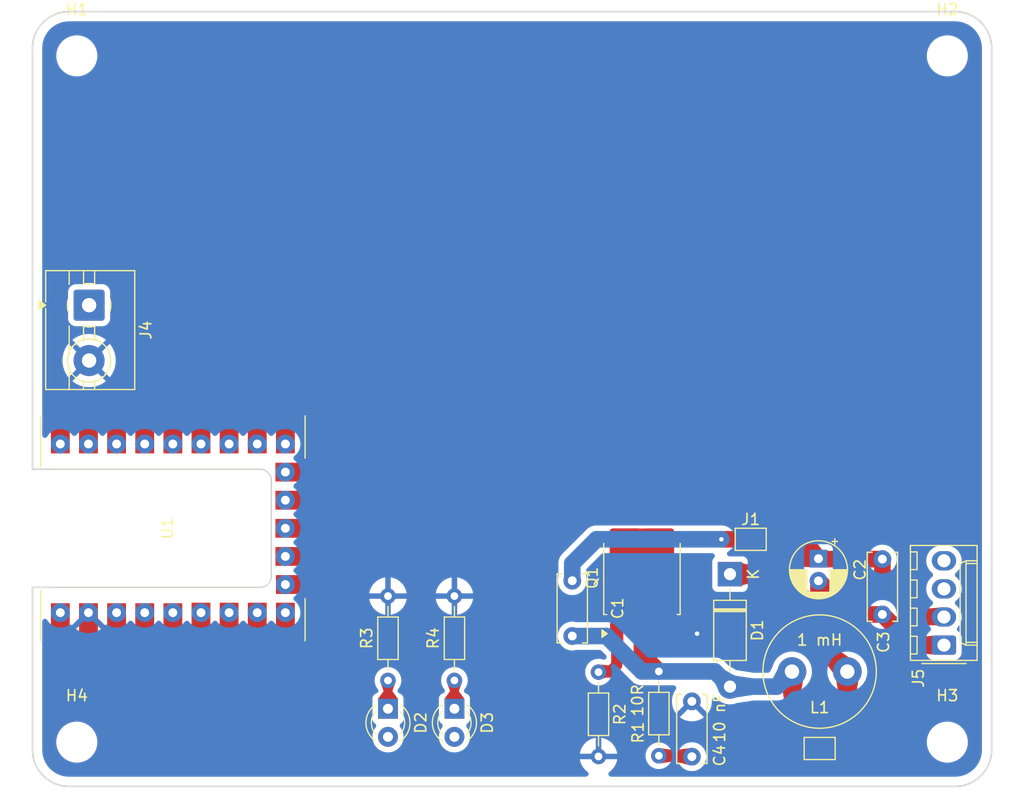
<source format=kicad_pcb>
(kicad_pcb (version 20241229) (generator "pcbnew") (generator_version "9.0")
  (layers (0 "F.Cu" signal) (2 "B.Cu" signal) (13 "F.Paste" user) (15 "B.Paste" user) (5 "F.SilkS" user "F.Silkscreen") (7 "B.SilkS" user "B.Silkscreen") (1 "F.Mask" user) (3 "B.Mask" user) (25 "Edge.Cuts" user))
  (net 0 "")
  (net 1 "VFAN")
  (net 2 "Net-(D1-A)")
  (net 3 "FAN1_NEG")
  (net 4 "FAN1_POS")
  (net 5 "GND")
  (net 6 "Net-(C4-Pad1)")
  (net 7 "Net-(D2-K)")
  (net 8 "Net-(D3-K)")
  (net 9 "VBUS")
  (net 10 "FAN1_FG")
  (net 11 "FAN1_PWM")
  (net 12 "MOS1_DRV")
  (net 50 "+3V3")
  (footprint "Resistor_THT:R_Axial_DIN0204_L3.6mm_D1.6mm_P7.62mm_Horizontal" (layer "F.Cu") (at 158.095 138.825 90)
    (property "Reference" "R4" (at 3.81 -1.92 90) (layer "F.SilkS"))
    (property "Value" "4K7")
    (fp_line (start 5.73 -0.92) (end 1.89 -0.92) (stroke (width 0.12)) (layer "F.SilkS"))
    (fp_line (start 1.89 -0.92) (end 1.89 0.92) (stroke (width 0.12)) (layer "F.SilkS"))
    (fp_line (start 6.68 0) (end 5.73 0) (stroke (width 0.12)) (layer "F.SilkS"))
    (fp_line (start 0.94 0) (end 1.89 0) (stroke (width 0.12)) (layer "F.SilkS"))
    (fp_line (start 5.73 0.92) (end 5.73 -0.92) (stroke (width 0.12)) (layer "F.SilkS"))
    (fp_line (start 1.89 0.92) (end 5.73 0.92) (stroke (width 0.12)) (layer "F.SilkS"))
    (pad "1" thru_hole circle (at 0 0 90) (size 1.4 1.4) (drill 0.7) (layers "*.Cu" "*.Mask") (net 8 "Net-(D3-K)"))
    (pad "2" thru_hole oval (at 7.62 0 90) (size 1.4 1.4) (drill 0.7) (layers "*.Cu" "*.Mask") (net 5 "GND"))
  )
  (footprint "Package_TO_SOT_SMD:TO-252-3_TabPin2" (layer "F.Cu") (at 175.025 129.56 90)
    (property "Reference" "Q1" (at 0 -4.5 90) (layer "F.SilkS"))
    (property "Value" "25N06")
    (fp_line (start 3.11 -3.45) (end -3.31 -3.45) (stroke (width 0.12)) (layer "F.SilkS"))
    (fp_line (start -3.31 -3.45) (end -3.31 -3.18) (stroke (width 0.12)) (layer "F.SilkS"))
    (fp_line (start 3.11 3.45) (end -3.31 3.45) (stroke (width 0.12)) (layer "F.SilkS"))
    (fp_line (start -3.31 3.45) (end -3.31 3.18) (stroke (width 0.12)) (layer "F.SilkS"))
    (fp_poly (pts (xy -5.04 -3.14) (xy -5.38 -3.61) (xy -4.7 -3.61) (xy -5.04 -3.14)) (stroke (width 0.12)) (fill yes) (layer "F.SilkS"))
    (pad "1" smd roundrect (at -5.04 -2.28 90) (size 2.2 1.2) (layers "F.Cu" "F.Mask" "F.Paste") (roundrect_rratio 0.208333) (net 12 "MOS1_DRV"))
    (pad "2" smd roundrect (at -5.04 0 90) (size 2.2 1.2) (layers "F.Cu" "F.Mask" "F.Paste") (roundrect_rratio 0.208333) (net 2 "Net-(D1-A)"))
    (pad "2" smd roundrect (at -0.415 -1.525 90) (size 3.05 2.75) (layers "F.Cu" "F.Paste") (roundrect_rratio 0.090909) (net 2 "Net-(D1-A)"))
    (pad "2" smd roundrect (at -0.415 1.525 90) (size 3.05 2.75) (layers "F.Cu" "F.Paste") (roundrect_rratio 0.090909) (net 2 "Net-(D1-A)"))
    (pad "2" smd roundrect (at 1.26 0 90) (size 6.4 5.8) (layers "F.Cu" "F.Mask") (roundrect_rratio 0.043103) (net 2 "Net-(D1-A)"))
    (pad "2" smd roundrect (at 2.935 -1.525 90) (size 3.05 2.75) (layers "F.Cu" "F.Paste") (roundrect_rratio 0.090909) (net 2 "Net-(D1-A)"))
    (pad "2" smd roundrect (at 2.935 1.525 90) (size 3.05 2.75) (layers "F.Cu" "F.Paste") (roundrect_rratio 0.090909) (net 2 "Net-(D1-A)"))
    (pad "3" smd roundrect (at -5.04 2.28 90) (size 2.2 1.2) (layers "F.Cu" "F.Mask" "F.Paste") (roundrect_rratio 0.208333) (net 5 "GND"))
  )
  (footprint "Resistor_THT:R_Axial_DIN0204_L3.6mm_D1.6mm_P7.62mm_Horizontal" (layer "F.Cu") (at 176.5525 138.0125 -90)
    (property "Reference" "R1" (at 5.525 1.88 270) (layer "F.SilkS"))
    (property "Value" "10R" (at 2.61 1.92 90) (layer "F.SilkS"))
    (fp_line (start 1.89 0.92) (end 5.73 0.92) (stroke (width 0.12)) (layer "F.SilkS"))
    (fp_line (start 5.73 0.92) (end 5.73 -0.92) (stroke (width 0.12)) (layer "F.SilkS"))
    (fp_line (start 0.94 0) (end 1.89 0) (stroke (width 0.12)) (layer "F.SilkS"))
    (fp_line (start 6.68 0) (end 5.73 0) (stroke (width 0.12)) (layer "F.SilkS"))
    (fp_line (start 1.89 -0.92) (end 1.89 0.92) (stroke (width 0.12)) (layer "F.SilkS"))
    (fp_line (start 5.73 -0.92) (end 1.89 -0.92) (stroke (width 0.12)) (layer "F.SilkS"))
    (pad "1" thru_hole circle (at 0 0 270) (size 1.4 1.4) (drill 0.7) (layers "*.Cu" "*.Mask") (net 2 "Net-(D1-A)"))
    (pad "2" thru_hole oval (at 7.62 0 270) (size 1.4 1.4) (drill 0.7) (layers "*.Cu" "*.Mask") (net 6 "Net-(C4-Pad1)"))
  )
  (footprint "MountingHole:MountingHole_3.2mm_M3" (layer "F.Cu") (at 124 82.4)
    (property "Reference" "H1" (at 0 -4.2 0) (layer "F.SilkS"))
    (property "Value" "MountingHole_Pad")
    (pad "" np_thru_hole circle (at 0 0) (size 3.2 3.2) (drill 3.2) (layers "*.Cu" "*.Mask"))
  )
  (footprint "LED_THT:LED_D3.0mm_Clear" (layer "F.Cu") (at 158.095 141.385 -90)
    (property "Reference" "D3" (at 1.27 -2.96 90) (layer "F.SilkS"))
    (property "Value" "GREEN")
    (fp_line (start -0.29 1.08) (end -0.29 1.236) (stroke (width 0.12)) (layer "F.SilkS"))
    (fp_line (start -0.29 -1.236) (end -0.29 -1.08) (stroke (width 0.12)) (layer "F.SilkS"))
    (fp_arc (start 2.941397 1.080061) (mid 1.365624 1.987701) (end -0.29 1.235516) (stroke (width 0.12)) (layer "F.SilkS"))
    (fp_arc (start 2.31091 1.080049) (mid 1.269964 1.5) (end 0.229039 1.08) (stroke (width 0.12)) (layer "F.SilkS"))
    (fp_arc (start 0.229039 -1.08) (mid 1.269964 -1.5) (end 2.31091 -1.080049) (stroke (width 0.12)) (layer "F.SilkS"))
    (fp_arc (start -0.29 -1.235516) (mid 1.365624 -1.987701) (end 2.941397 -1.080061) (stroke (width 0.12)) (layer "F.SilkS"))
    (pad "1" thru_hole rect (at 0 0 270) (size 1.8 1.8) (drill 0.9) (layers "*.Cu" "*.Mask") (net 8 "Net-(D3-K)"))
    (pad "2" thru_hole circle (at 2.54 0 270) (size 1.8 1.8) (drill 0.9) (layers "*.Cu" "*.Mask") (net 9 "VBUS"))
  )
  (footprint "MountingHole:MountingHole_3.2mm_M3" (layer "F.Cu") (at 124 144.4)
    (property "Reference" "H4" (at 0 -4.2 0) (layer "F.SilkS"))
    (property "Value" "MountingHole_Pad")
    (pad "" np_thru_hole circle (at 0 0) (size 3.2 3.2) (drill 3.2) (layers "*.Cu" "*.Mask"))
  )
  (footprint "Capacitor_THT:C_Disc_D6.0mm_W2.5mm_P5.00mm" (layer "F.Cu") (at 179.535 145.715 90)
    (property "Reference" "C4" (at 0.1 2.5 90) (layer "F.SilkS"))
    (property "Value" "10 nF" (at 3.5 2.5 90) (layer "F.SilkS"))
    (fp_line (start 5.62 -1.37) (end 5.62 -0.925) (stroke (width 0.12)) (layer "F.SilkS"))
    (fp_line (start -0.62 -1.37) (end 5.62 -1.37) (stroke (width 0.12)) (layer "F.SilkS"))
    (fp_line (start -0.62 -1.37) (end -0.62 -0.925) (stroke (width 0.12)) (layer "F.SilkS"))
    (fp_line (start 5.62 0.925) (end 5.62 1.37) (stroke (width 0.12)) (layer "F.SilkS"))
    (fp_line (start -0.62 0.925) (end -0.62 1.37) (stroke (width 0.12)) (layer "F.SilkS"))
    (fp_line (start -0.62 1.37) (end 5.62 1.37) (stroke (width 0.12)) (layer "F.SilkS"))
    (pad "1" thru_hole circle (at 0 0 90) (size 1.6 1.6) (drill 0.8) (layers "*.Cu" "*.Mask") (net 6 "Net-(C4-Pad1)"))
    (pad "2" thru_hole circle (at 5 0 90) (size 1.6 1.6) (drill 0.8) (layers "*.Cu" "*.Mask") (net 5 "GND"))
  )
  (footprint "Jumper:SolderJumper-2_P1.3mm_Bridged2Bar_Pad1.0x1.5mm" (layer "F.Cu") (at 184.845 126.075)
    (property "Reference" "J1" (at 0 -1.8 0) (layer "F.SilkS"))
    (property "Value" "VFAN1 Enable")
    (fp_poly (pts (xy -0.25 -0.6) (xy 0.25 -0.6) (xy 0.25 -0.2) (xy -0.25 -0.2)) (fill yes) (layer "F.Cu"))
    (fp_poly (pts (xy -0.25 0.2) (xy 0.25 0.2) (xy 0.25 0.6) (xy -0.25 0.6)) (fill yes) (layer "F.Cu"))
    (fp_line (start -1.4 -1) (end 1.4 -1) (stroke (width 0.12)) (layer "F.SilkS"))
    (fp_line (start -1.4 1) (end -1.4 -1) (stroke (width 0.12)) (layer "F.SilkS"))
    (fp_line (start 1.4 -1) (end 1.4 1) (stroke (width 0.12)) (layer "F.SilkS"))
    (fp_line (start 1.4 1) (end -1.4 1) (stroke (width 0.12)) (layer "F.SilkS"))
    (pad "1" smd rect (at -0.65 0) (size 1 1.5) (layers "F.Cu" "F.Mask") (net 1 "VFAN"))
    (pad "2" smd rect (at 0.65 0) (size 1 1.5) (layers "F.Cu" "F.Mask") (net 4 "FAN1_POS"))
  )
  (footprint "Capacitor_THT:C_Disc_D6.0mm_W2.5mm_P5.00mm" (layer "F.Cu") (at 196.735 127.865 -90)
    (property "Reference" "C3" (at 7.5 -0.1 90) (layer "F.SilkS"))
    (property "Value" "10 nF")
    (fp_line (start -0.62 1.37) (end 5.62 1.37) (stroke (width 0.12)) (layer "F.SilkS"))
    (fp_line (start -0.62 0.925) (end -0.62 1.37) (stroke (width 0.12)) (layer "F.SilkS"))
    (fp_line (start 5.62 0.925) (end 5.62 1.37) (stroke (width 0.12)) (layer "F.SilkS"))
    (fp_line (start -0.62 -1.37) (end -0.62 -0.925) (stroke (width 0.12)) (layer "F.SilkS"))
    (fp_line (start -0.62 -1.37) (end 5.62 -1.37) (stroke (width 0.12)) (layer "F.SilkS"))
    (fp_line (start 5.62 -1.37) (end 5.62 -0.925) (stroke (width 0.12)) (layer "F.SilkS"))
    (pad "1" thru_hole circle (at 0 0 270) (size 1.6 1.6) (drill 0.8) (layers "*.Cu" "*.Mask") (net 4 "FAN1_POS"))
    (pad "2" thru_hole circle (at 5 0 270) (size 1.6 1.6) (drill 0.8) (layers "*.Cu" "*.Mask") (net 3 "FAN1_NEG"))
  )
  (footprint "LED_THT:LED_D3.0mm_Clear" (layer "F.Cu") (at 152.095 141.385 -90)
    (property "Reference" "D2" (at 1.27 -2.96 90) (layer "F.SilkS"))
    (property "Value" "RED")
    (fp_line (start -0.29 1.08) (end -0.29 1.236) (stroke (width 0.12)) (layer "F.SilkS"))
    (fp_line (start -0.29 -1.236) (end -0.29 -1.08) (stroke (width 0.12)) (layer "F.SilkS"))
    (fp_arc (start 2.941397 1.080061) (mid 1.365624 1.987701) (end -0.29 1.235516) (stroke (width 0.12)) (layer "F.SilkS"))
    (fp_arc (start 2.31091 1.080049) (mid 1.269964 1.5) (end 0.229039 1.08) (stroke (width 0.12)) (layer "F.SilkS"))
    (fp_arc (start 0.229039 -1.08) (mid 1.269964 -1.5) (end 2.31091 -1.080049) (stroke (width 0.12)) (layer "F.SilkS"))
    (fp_arc (start -0.29 -1.235516) (mid 1.365624 -1.987701) (end 2.941397 -1.080061) (stroke (width 0.12)) (layer "F.SilkS"))
    (pad "1" thru_hole rect (at 0 0 270) (size 1.8 1.8) (drill 0.9) (layers "*.Cu" "*.Mask") (net 7 "Net-(D2-K)"))
    (pad "2" thru_hole circle (at 2.54 0 270) (size 1.8 1.8) (drill 0.9) (layers "*.Cu" "*.Mask") (net 1 "VFAN"))
  )
  (footprint "Diode_THT:D_DO-41_SOD81_P10.16mm_Horizontal" (layer "F.Cu") (at 182.975 129.225 -90)
    (property "Reference" "D1" (at 5.08 -2.47 90) (layer "F.SilkS"))
    (property "Value" "Schottky")
    (fp_line (start 2.36 1.47) (end 7.8 1.47) (stroke (width 0.12)) (layer "F.SilkS"))
    (fp_line (start 7.8 1.47) (end 7.8 -1.47) (stroke (width 0.12)) (layer "F.SilkS"))
    (fp_line (start 1.34 0) (end 2.36 0) (stroke (width 0.12)) (layer "F.SilkS"))
    (fp_line (start 8.82 0) (end 7.8 0) (stroke (width 0.12)) (layer "F.SilkS"))
    (fp_line (start 2.36 -1.47) (end 2.36 1.47) (stroke (width 0.12)) (layer "F.SilkS"))
    (fp_line (start 3.14 -1.47) (end 3.14 1.47) (stroke (width 0.12)) (layer "F.SilkS"))
    (fp_line (start 3.26 -1.47) (end 3.26 1.47) (stroke (width 0.12)) (layer "F.SilkS"))
    (fp_line (start 3.38 -1.47) (end 3.38 1.47) (stroke (width 0.12)) (layer "F.SilkS"))
    (fp_line (start 7.8 -1.47) (end 2.36 -1.47) (stroke (width 0.12)) (layer "F.SilkS"))
    (fp_text user "K" (at 0 -2.1 90) (layer "F.SilkS"))
    (pad "1" thru_hole rect (at 0 0 270) (size 2.2 2.2) (drill 1.1) (layers "*.Cu" "*.Mask") (net 4 "FAN1_POS"))
    (pad "2" thru_hole oval (at 10.16 0 270) (size 2.2 2.2) (drill 1.1) (layers "*.Cu" "*.Mask") (net 2 "Net-(D1-A)"))
  )
  (footprint "Inductor_THT:L_Radial_D10.0mm_P5.00mm_Fastron_07M" (layer "F.Cu") (at 193.57 138.025 180)
    (property "Reference" "L1" (at 2.5 -3.25 0) (layer "F.SilkS"))
    (property "Value" "1 mH" (at 2.5 2.85 0) (layer "F.SilkS"))
    (fp_circle (center 2.5 0) (end 7.62 0) (stroke (width 0.12)) (fill no) (layer "F.SilkS"))
    (pad "1" thru_hole circle (at 0 0 180) (size 2.6 2.6) (drill 1.3) (layers "*.Cu" "*.Mask") (net 3 "FAN1_NEG"))
    (pad "2" thru_hole circle (at 5 0 180) (size 2.6 2.6) (drill 1.3) (layers "*.Cu" "*.Mask") (net 2 "Net-(D1-A)"))
  )
  (footprint "Capacitor_THT:C_Disc_D6.0mm_W2.5mm_P5.00mm" (layer "F.Cu") (at 168.735 129.815 -90)
    (property "Reference" "C1" (at 2.5 -4.1 90) (layer "F.SilkS"))
    (property "Value" "10 nF")
    (fp_line (start -0.62 1.37) (end 5.62 1.37) (stroke (width 0.12)) (layer "F.SilkS"))
    (fp_line (start -0.62 0.925) (end -0.62 1.37) (stroke (width 0.12)) (layer "F.SilkS"))
    (fp_line (start 5.62 0.925) (end 5.62 1.37) (stroke (width 0.12)) (layer "F.SilkS"))
    (fp_line (start -0.62 -1.37) (end -0.62 -0.925) (stroke (width 0.12)) (layer "F.SilkS"))
    (fp_line (start -0.62 -1.37) (end 5.62 -1.37) (stroke (width 0.12)) (layer "F.SilkS"))
    (fp_line (start 5.62 -1.37) (end 5.62 -0.925) (stroke (width 0.12)) (layer "F.SilkS"))
    (pad "1" thru_hole circle (at 0 0 270) (size 1.6 1.6) (drill 0.8) (layers "*.Cu" "*.Mask") (net 1 "VFAN"))
    (pad "2" thru_hole circle (at 5 0 270) (size 1.6 1.6) (drill 0.8) (layers "*.Cu" "*.Mask") (net 2 "Net-(D1-A)"))
  )
  (footprint "Resistor_THT:R_Axial_DIN0204_L3.6mm_D1.6mm_P7.62mm_Horizontal" (layer "F.Cu") (at 171.105 138.075 -90)
    (property "Reference" "R2" (at 3.81 -1.92 90) (layer "F.SilkS"))
    (property "Value" "10K")
    (fp_line (start 1.89 0.92) (end 5.73 0.92) (stroke (width 0.12)) (layer "F.SilkS"))
    (fp_line (start 5.73 0.92) (end 5.73 -0.92) (stroke (width 0.12)) (layer "F.SilkS"))
    (fp_line (start 0.94 0) (end 1.89 0) (stroke (width 0.12)) (layer "F.SilkS"))
    (fp_line (start 6.68 0) (end 5.73 0) (stroke (width 0.12)) (layer "F.SilkS"))
    (fp_line (start 1.89 -0.92) (end 1.89 0.92) (stroke (width 0.12)) (layer "F.SilkS"))
    (fp_line (start 5.73 -0.92) (end 1.89 -0.92) (stroke (width 0.12)) (layer "F.SilkS"))
    (pad "1" thru_hole circle (at 0 0 270) (size 1.4 1.4) (drill 0.7) (layers "*.Cu" "*.Mask") (net 12 "MOS1_DRV"))
    (pad "2" thru_hole oval (at 7.62 0 270) (size 1.4 1.4) (drill 0.7) (layers "*.Cu" "*.Mask") (net 5 "GND"))
  )
  (footprint "Capacitor_THT:CP_Radial_D5.0mm_P2.00mm" (layer "F.Cu") (at 190.964775 127.825 -90)
    (property "Reference" "C2" (at 1 -3.75 90) (layer "F.SilkS"))
    (property "Value" "10 uF")
    (fp_line (start 1 1.04) (end 1 2.58) (stroke (width 0.12)) (layer "F.SilkS"))
    (fp_line (start 1.04 1.04) (end 1.04 2.58) (stroke (width 0.12)) (layer "F.SilkS"))
    (fp_line (start 1.08 1.04) (end 1.08 2.579) (stroke (width 0.12)) (layer "F.SilkS"))
    (fp_line (start 1.12 1.04) (end 1.12 2.578) (stroke (width 0.12)) (layer "F.SilkS"))
    (fp_line (start 1.16 1.04) (end 1.16 2.576) (stroke (width 0.12)) (layer "F.SilkS"))
    (fp_line (start 1.2 1.04) (end 1.2 2.573) (stroke (width 0.12)) (layer "F.SilkS"))
    (fp_line (start 1.24 1.04) (end 1.24 2.569) (stroke (width 0.12)) (layer "F.SilkS"))
    (fp_line (start 1.28 1.04) (end 1.28 2.565) (stroke (width 0.12)) (layer "F.SilkS"))
    (fp_line (start 1.32 1.04) (end 1.32 2.561) (stroke (width 0.12)) (layer "F.SilkS"))
    (fp_line (start 1.36 1.04) (end 1.36 2.556) (stroke (width 0.12)) (layer "F.SilkS"))
    (fp_line (start 1.4 1.04) (end 1.4 2.55) (stroke (width 0.12)) (layer "F.SilkS"))
    (fp_line (start 1.44 1.04) (end 1.44 2.543) (stroke (width 0.12)) (layer "F.SilkS"))
    (fp_line (start 1.48 1.04) (end 1.48 2.536) (stroke (width 0.12)) (layer "F.SilkS"))
    (fp_line (start 1.52 1.04) (end 1.52 2.528) (stroke (width 0.12)) (layer "F.SilkS"))
    (fp_line (start 1.56 1.04) (end 1.56 2.52) (stroke (width 0.12)) (layer "F.SilkS"))
    (fp_line (start 1.6 1.04) (end 1.6 2.511) (stroke (width 0.12)) (layer "F.SilkS"))
    (fp_line (start 1.64 1.04) (end 1.64 2.501) (stroke (width 0.12)) (layer "F.SilkS"))
    (fp_line (start 1.68 1.04) (end 1.68 2.491) (stroke (width 0.12)) (layer "F.SilkS"))
    (fp_line (start 1.721 1.04) (end 1.721 2.48) (stroke (width 0.12)) (layer "F.SilkS"))
    (fp_line (start 1.761 1.04) (end 1.761 2.468) (stroke (width 0.12)) (layer "F.SilkS"))
    (fp_line (start 1.801 1.04) (end 1.801 2.455) (stroke (width 0.12)) (layer "F.SilkS"))
    (fp_line (start 1.841 1.04) (end 1.841 2.442) (stroke (width 0.12)) (layer "F.SilkS"))
    (fp_line (start 1.881 1.04) (end 1.881 2.428) (stroke (width 0.12)) (layer "F.SilkS"))
    (fp_line (start 1.921 1.04) (end 1.921 2.414) (stroke (width 0.12)) (layer "F.SilkS"))
    (fp_line (start 1.961 1.04) (end 1.961 2.398) (stroke (width 0.12)) (layer "F.SilkS"))
    (fp_line (start 2.001 1.04) (end 2.001 2.382) (stroke (width 0.12)) (layer "F.SilkS"))
    (fp_line (start 2.041 1.04) (end 2.041 2.365) (stroke (width 0.12)) (layer "F.SilkS"))
    (fp_line (start 2.081 1.04) (end 2.081 2.348) (stroke (width 0.12)) (layer "F.SilkS"))
    (fp_line (start 2.121 1.04) (end 2.121 2.329) (stroke (width 0.12)) (layer "F.SilkS"))
    (fp_line (start 2.161 1.04) (end 2.161 2.31) (stroke (width 0.12)) (layer "F.SilkS"))
    (fp_line (start 2.201 1.04) (end 2.201 2.29) (stroke (width 0.12)) (layer "F.SilkS"))
    (fp_line (start 2.241 1.04) (end 2.241 2.268) (stroke (width 0.12)) (layer "F.SilkS"))
    (fp_line (start 2.281 1.04) (end 2.281 2.247) (stroke (width 0.12)) (layer "F.SilkS"))
    (fp_line (start 2.321 1.04) (end 2.321 2.224) (stroke (width 0.12)) (layer "F.SilkS"))
    (fp_line (start 2.361 1.04) (end 2.361 2.2) (stroke (width 0.12)) (layer "F.SilkS"))
    (fp_line (start 2.401 1.04) (end 2.401 2.175) (stroke (width 0.12)) (layer "F.SilkS"))
    (fp_line (start 2.441 1.04) (end 2.441 2.149) (stroke (width 0.12)) (layer "F.SilkS"))
    (fp_line (start 2.481 1.04) (end 2.481 2.122) (stroke (width 0.12)) (layer "F.SilkS"))
    (fp_line (start 2.521 1.04) (end 2.521 2.095) (stroke (width 0.12)) (layer "F.SilkS"))
    (fp_line (start 2.561 1.04) (end 2.561 2.065) (stroke (width 0.12)) (layer "F.SilkS"))
    (fp_line (start 2.601 1.04) (end 2.601 2.035) (stroke (width 0.12)) (layer "F.SilkS"))
    (fp_line (start 2.641 1.04) (end 2.641 2.004) (stroke (width 0.12)) (layer "F.SilkS"))
    (fp_line (start 2.681 1.04) (end 2.681 1.971) (stroke (width 0.12)) (layer "F.SilkS"))
    (fp_line (start 2.721 1.04) (end 2.721 1.937) (stroke (width 0.12)) (layer "F.SilkS"))
    (fp_line (start 2.761 1.04) (end 2.761 1.901) (stroke (width 0.12)) (layer "F.SilkS"))
    (fp_line (start 2.801 1.04) (end 2.801 1.864) (stroke (width 0.12)) (layer "F.SilkS"))
    (fp_line (start 2.841 1.04) (end 2.841 1.826) (stroke (width 0.12)) (layer "F.SilkS"))
    (fp_line (start 2.881 1.04) (end 2.881 1.785) (stroke (width 0.12)) (layer "F.SilkS"))
    (fp_line (start 2.921 1.04) (end 2.921 1.743) (stroke (width 0.12)) (layer "F.SilkS"))
    (fp_line (start 2.961 1.04) (end 2.961 1.699) (stroke (width 0.12)) (layer "F.SilkS"))
    (fp_line (start 3.001 1.04) (end 3.001 1.653) (stroke (width 0.12)) (layer "F.SilkS"))
    (fp_line (start 3.601 -0.284) (end 3.601 0.284) (stroke (width 0.12)) (layer "F.SilkS"))
    (fp_line (start 3.561 -0.518) (end 3.561 0.518) (stroke (width 0.12)) (layer "F.SilkS"))
    (fp_line (start 3.521 -0.677) (end 3.521 0.677) (stroke (width 0.12)) (layer "F.SilkS"))
    (fp_line (start 3.481 -0.805) (end 3.481 0.805) (stroke (width 0.12)) (layer "F.SilkS"))
    (fp_line (start 3.441 -0.915) (end 3.441 0.915) (stroke (width 0.12)) (layer "F.SilkS"))
    (fp_line (start 3.401 -1.011) (end 3.401 1.011) (stroke (width 0.12)) (layer "F.SilkS"))
    (fp_line (start 3.361 -1.098) (end 3.361 1.098) (stroke (width 0.12)) (layer "F.SilkS"))
    (fp_line (start 3.321 -1.178) (end 3.321 1.178) (stroke (width 0.12)) (layer "F.SilkS"))
    (fp_line (start 3.281 -1.251) (end 3.281 1.251) (stroke (width 0.12)) (layer "F.SilkS"))
    (fp_line (start 3.241 -1.319) (end 3.241 1.319) (stroke (width 0.12)) (layer "F.SilkS"))
    (fp_line (start 3.201 -1.383) (end 3.201 1.383) (stroke (width 0.12)) (layer "F.SilkS"))
    (fp_line (start 3.161 -1.443) (end 3.161 1.443) (stroke (width 0.12)) (layer "F.SilkS"))
    (fp_line (start -1.804775 -1.475) (end -1.304775 -1.475) (stroke (width 0.12)) (layer "F.SilkS"))
    (fp_line (start 3.121 -1.5) (end 3.121 1.5) (stroke (width 0.12)) (layer "F.SilkS"))
    (fp_line (start 3.081 -1.554) (end 3.081 1.554) (stroke (width 0.12)) (layer "F.SilkS"))
    (fp_line (start 3.041 -1.605) (end 3.041 1.605) (stroke (width 0.12)) (layer "F.SilkS"))
    (fp_line (start 3.001 -1.653) (end 3.001 -1.04) (stroke (width 0.12)) (layer "F.SilkS"))
    (fp_line (start 2.961 -1.699) (end 2.961 -1.04) (stroke (width 0.12)) (layer "F.SilkS"))
    (fp_line (start -1.554775 -1.725) (end -1.554775 -1.225) (stroke (width 0.12)) (layer "F.SilkS"))
    (fp_line (start 2.921 -1.743) (end 2.921 -1.04) (stroke (width 0.12)) (layer "F.SilkS"))
    (fp_line (start 2.881 -1.785) (end 2.881 -1.04) (stroke (width 0.12)) (layer "F.SilkS"))
    (fp_line (start 2.841 -1.826) (end 2.841 -1.04) (stroke (width 0.12)) (layer "F.SilkS"))
    (fp_line (start 2.801 -1.864) (end 2.801 -1.04) (stroke (width 0.12)) (layer "F.SilkS"))
    (fp_line (start 2.761 -1.901) (end 2.761 -1.04) (stroke (width 0.12)) (layer "F.SilkS"))
    (fp_line (start 2.721 -1.937) (end 2.721 -1.04) (stroke (width 0.12)) (layer "F.SilkS"))
    (fp_line (start 2.681 -1.971) (end 2.681 -1.04) (stroke (width 0.12)) (layer "F.SilkS"))
    (fp_line (start 2.641 -2.004) (end 2.641 -1.04) (stroke (width 0.12)) (layer "F.SilkS"))
    (fp_line (start 2.601 -2.035) (end 2.601 -1.04) (stroke (width 0.12)) (layer "F.SilkS"))
    (fp_line (start 2.561 -2.065) (end 2.561 -1.04) (stroke (width 0.12)) (layer "F.SilkS"))
    (fp_line (start 2.521 -2.095) (end 2.521 -1.04) (stroke (width 0.12)) (layer "F.SilkS"))
    (fp_line (start 2.481 -2.122) (end 2.481 -1.04) (stroke (width 0.12)) (layer "F.SilkS"))
    (fp_line (start 2.441 -2.149) (end 2.441 -1.04) (stroke (width 0.12)) (layer "F.SilkS"))
    (fp_line (start 2.401 -2.175) (end 2.401 -1.04) (stroke (width 0.12)) (layer "F.SilkS"))
    (fp_line (start 2.361 -2.2) (end 2.361 -1.04) (stroke (width 0.12)) (layer "F.SilkS"))
    (fp_line (start 2.321 -2.224) (end 2.321 -1.04) (stroke (width 0.12)) (layer "F.SilkS"))
    (fp_line (start 2.281 -2.247) (end 2.281 -1.04) (stroke (width 0.12)) (layer "F.SilkS"))
    (fp_line (start 2.241 -2.268) (end 2.241 -1.04) (stroke (width 0.12)) (layer "F.SilkS"))
    (fp_line (start 2.201 -2.29) (end 2.201 -1.04) (stroke (width 0.12)) (layer "F.SilkS"))
    (fp_line (start 2.161 -2.31) (end 2.161 -1.04) (stroke (width 0.12)) (layer "F.SilkS"))
    (fp_line (start 2.121 -2.329) (end 2.121 -1.04) (stroke (width 0.12)) (layer "F.SilkS"))
    (fp_line (start 2.081 -2.348) (end 2.081 -1.04) (stroke (width 0.12)) (layer "F.SilkS"))
    (fp_line (start 2.041 -2.365) (end 2.041 -1.04) (stroke (width 0.12)) (layer "F.SilkS"))
    (fp_line (start 2.001 -2.382) (end 2.001 -1.04) (stroke (width 0.12)) (layer "F.SilkS"))
    (fp_line (start 1.961 -2.398) (end 1.961 -1.04) (stroke (width 0.12)) (layer "F.SilkS"))
    (fp_line (start 1.921 -2.414) (end 1.921 -1.04) (stroke (width 0.12)) (layer "F.SilkS"))
    (fp_line (start 1.881 -2.428) (end 1.881 -1.04) (stroke (width 0.12)) (layer "F.SilkS"))
    (fp_line (start 1.841 -2.442) (end 1.841 -1.04) (stroke (width 0.12)) (layer "F.SilkS"))
    (fp_line (start 1.801 -2.455) (end 1.801 -1.04) (stroke (width 0.12)) (layer "F.SilkS"))
    (fp_line (start 1.761 -2.468) (end 1.761 -1.04) (stroke (width 0.12)) (layer "F.SilkS"))
    (fp_line (start 1.721 -2.48) (end 1.721 -1.04) (stroke (width 0.12)) (layer "F.SilkS"))
    (fp_line (start 1.68 -2.491) (end 1.68 -1.04) (stroke (width 0.12)) (layer "F.SilkS"))
    (fp_line (start 1.64 -2.501) (end 1.64 -1.04) (stroke (width 0.12)) (layer "F.SilkS"))
    (fp_line (start 1.6 -2.511) (end 1.6 -1.04) (stroke (width 0.12)) (layer "F.SilkS"))
    (fp_line (start 1.56 -2.52) (end 1.56 -1.04) (stroke (width 0.12)) (layer "F.SilkS"))
    (fp_line (start 1.52 -2.528) (end 1.52 -1.04) (stroke (width 0.12)) (layer "F.SilkS"))
    (fp_line (start 1.48 -2.536) (end 1.48 -1.04) (stroke (width 0.12)) (layer "F.SilkS"))
    (fp_line (start 1.44 -2.543) (end 1.44 -1.04) (stroke (width 0.12)) (layer "F.SilkS"))
    (fp_line (start 1.4 -2.55) (end 1.4 -1.04) (stroke (width 0.12)) (layer "F.SilkS"))
    (fp_line (start 1.36 -2.556) (end 1.36 -1.04) (stroke (width 0.12)) (layer "F.SilkS"))
    (fp_line (start 1.32 -2.561) (end 1.32 -1.04) (stroke (width 0.12)) (layer "F.SilkS"))
    (fp_line (start 1.28 -2.565) (end 1.28 -1.04) (stroke (width 0.12)) (layer "F.SilkS"))
    (fp_line (start 1.24 -2.569) (end 1.24 -1.04) (stroke (width 0.12)) (layer "F.SilkS"))
    (fp_line (start 1.2 -2.573) (end 1.2 -1.04) (stroke (width 0.12)) (layer "F.SilkS"))
    (fp_line (start 1.16 -2.576) (end 1.16 -1.04) (stroke (width 0.12)) (layer "F.SilkS"))
    (fp_line (start 1.12 -2.578) (end 1.12 -1.04) (stroke (width 0.12)) (layer "F.SilkS"))
    (fp_line (start 1.08 -2.579) (end 1.08 -1.04) (stroke (width 0.12)) (layer "F.SilkS"))
    (fp_line (start 1 -2.58) (end 1 -1.04) (stroke (width 0.12)) (layer "F.SilkS"))
    (fp_line (start 1.04 -2.58) (end 1.04 -1.04) (stroke (width 0.12)) (layer "F.SilkS"))
    (fp_circle (center 1 0) (end 3.62 0) (stroke (width 0.12)) (fill no) (layer "F.SilkS"))
    (pad "1" thru_hole rect (at 0 0 270) (size 1.6 1.6) (drill 0.8) (layers "*.Cu" "*.Mask") (net 4 "FAN1_POS"))
    (pad "2" thru_hole circle (at 2 0 270) (size 1.6 1.6) (drill 0.8) (layers "*.Cu" "*.Mask") (net 3 "FAN1_NEG"))
  )
  (footprint "RP2040-Zero:RP2040 Zero" (layer "F.Cu") (at 145.5 135.243 90)
    (property "Reference" "U1" (at 10.16 -13.327 90) (layer "F.SilkS"))
    (property "Value" "RP2040-Zero")
    (fp_line (start 15.748 -24.765) (end 20.32 -24.765) (stroke (width 0.12)) (layer "F.SilkS"))
    (fp_line (start 0 -24.765) (end 4.572 -24.765) (stroke (width 0.12)) (layer "F.SilkS"))
    (fp_line (start 16.51 -0.889) (end 20.32 -0.889) (stroke (width 0.12)) (layer "F.SilkS"))
    (fp_line (start 0 -0.889) (end 3.81 -0.889) (stroke (width 0.12)) (layer "F.SilkS"))
    (fp_line (start 4.826 -23.749) (end 4.826 -4.953) (stroke (width 0.12)) (layer "Edge.Cuts"))
    (fp_line (start 15.494 -4.953) (end 15.494 -23.749) (stroke (width 0.12)) (layer "Edge.Cuts"))
    (fp_line (start 5.842 -3.937) (end 14.478 -3.937) (stroke (width 0.12)) (layer "Edge.Cuts"))
    (fp_arc (start 15.494 -4.953) (mid 15.19642 -4.23458) (end 14.478 -3.937) (stroke (width 0.12)) (layer "Edge.Cuts"))
    (fp_arc (start 5.842 -3.937) (mid 5.12358 -4.23458) (end 4.826 -4.953) (stroke (width 0.12)) (layer "Edge.Cuts"))
    (pad "1" smd rect (at 1.64 -22.987 90) (size 3.5 1.7) (layers "F.Cu" "F.Mask") (net 9 "VBUS"))
    (pad "1" thru_hole circle (at 2.54 -22.987 90) (size 1.7 1.7) (drill 0.8) (layers "*.Cu" "*.Mask") (net 9 "VBUS"))
    (pad "2" smd rect (at 1.64 -20.447 90) (size 3.5 1.7) (layers "F.Cu" "F.Mask") (net 5 "GND"))
    (pad "2" thru_hole circle (at 2.54 -20.447 90) (size 1.7 1.7) (drill 0.8) (layers "*.Cu" "*.Mask") (net 5 "GND") (thermal_bridge_width 0.5))
    (pad "3" smd rect (at 1.64 -17.907 90) (size 3.5 1.7) (layers "F.Cu" "F.Mask") (net 50 "+3V3"))
    (pad "3" thru_hole circle (at 2.54 -17.907 90) (size 1.7 1.7) (drill 0.8) (layers "*.Cu" "*.Mask") (net 50 "+3V3"))
    (pad "4" smd rect (at 1.64 -15.367 90) (size 3.5 1.7) (layers "F.Cu" "F.Mask"))
    (pad "4" thru_hole circle (at 2.54 -15.367 90) (size 1.7 1.7) (drill 0.8) (layers "*.Cu" "*.Mask"))
    (pad "5" smd rect (at 1.64 -12.827 90) (size 3.5 1.7) (layers "F.Cu" "F.Mask"))
    (pad "5" thru_hole circle (at 2.54 -12.827 90) (size 1.7 1.7) (drill 0.8) (layers "*.Cu" "*.Mask"))
    (pad "6" smd rect (at 1.69 -10.287 90) (size 3.5 1.7) (layers "F.Cu" "F.Mask"))
    (pad "6" thru_hole circle (at 2.54 -10.287 90) (size 1.7 1.7) (drill 0.8) (layers "*.Cu" "*.Mask"))
    (pad "7" smd rect (at 1.69 -7.747 90) (size 3.5 1.7) (layers "F.Cu" "F.Mask"))
    (pad "7" thru_hole circle (at 2.54 -7.747 90) (size 1.7 1.7) (drill 0.8) (layers "*.Cu" "*.Mask"))
    (pad "8" smd rect (at 1.69 -5.207 90) (size 3.5 1.7) (layers "F.Cu" "F.Mask"))
    (pad "8" thru_hole circle (at 2.54 -5.207 90) (size 1.7 1.7) (drill 0.8) (layers "*.Cu" "*.Mask"))
    (pad "9" smd rect (at 1.69 -2.667 90) (size 3.5 1.7) (layers "F.Cu" "F.Mask"))
    (pad "9" thru_hole circle (at 2.54 -2.667 90) (size 1.7 1.7) (drill 0.8) (layers "*.Cu" "*.Mask"))
    (pad "10" thru_hole circle (at 17.78 -22.987 90) (size 1.7 1.7) (drill 0.8) (layers "*.Cu" "*.Mask"))
    (pad "10" smd rect (at 18.68 -22.987 90) (size 3.5 1.7) (layers "F.Cu" "F.Mask"))
    (pad "11" thru_hole circle (at 17.78 -20.447 90) (size 1.7 1.7) (drill 0.8) (layers "*.Cu" "*.Mask"))
    (pad "11" smd rect (at 18.68 -20.447 90) (size 3.5 1.7) (layers "F.Cu" "F.Mask"))
    (pad "12" thru_hole circle (at 17.78 -17.907 90) (size 1.7 1.7) (drill 0.8) (layers "*.Cu" "*.Mask"))
    (pad "12" smd rect (at 18.68 -17.907 90) (size 3.5 1.7) (layers "F.Cu" "F.Mask"))
    (pad "13" thru_hole circle (at 17.78 -15.367 90) (size 1.7 1.7) (drill 0.8) (layers "*.Cu" "*.Mask"))
    (pad "13" smd rect (at 18.68 -15.367 90) (size 3.5 1.7) (layers "F.Cu" "F.Mask"))
    (pad "14" thru_hole circle (at 17.78 -12.827 90) (size 1.7 1.7) (drill 0.8) (layers "*.Cu" "*.Mask"))
    (pad "14" smd rect (at 18.68 -12.827 90) (size 3.5 1.7) (layers "F.Cu" "F.Mask"))
    (pad "15" thru_hole circle (at 17.78 -10.287 90) (size 1.7 1.7) (drill 0.8) (layers "*.Cu" "*.Mask"))
    (pad "15" smd rect (at 18.68 -10.287 90) (size 3.5 1.7) (layers "F.Cu" "F.Mask"))
    (pad "16" thru_hole circle (at 17.78 -7.747 90) (size 1.7 1.7) (drill 0.8) (layers "*.Cu" "*.Mask"))
    (pad "16" smd rect (at 18.68 -7.747 90) (size 3.5 1.7) (layers "F.Cu" "F.Mask"))
    (pad "17" thru_hole circle (at 17.78 -5.207 90) (size 1.7 1.7) (drill 0.8) (layers "*.Cu" "*.Mask"))
    (pad "17" smd rect (at 18.68 -5.207 90) (size 3.5 1.7) (layers "F.Cu" "F.Mask"))
    (pad "18" thru_hole circle (at 17.78 -2.667 90) (size 1.7 1.7) (drill 0.8) (layers "*.Cu" "*.Mask"))
    (pad "18" smd rect (at 18.68 -2.667 90) (size 3.5 1.7) (layers "F.Cu" "F.Mask"))
    (pad "19" thru_hole circle (at 5.08 -2.667 90) (size 1.7 1.7) (drill 0.8) (layers "*.Cu" "*.Mask"))
    (pad "19" smd rect (at 5.08 -1.767 180) (size 3.5 1.7) (layers "F.Cu" "F.Mask"))
    (pad "20" thru_hole circle (at 7.62 -2.667 90) (size 1.7 1.7) (drill 0.8) (layers "*.Cu" "*.Mask"))
    (pad "20" smd rect (at 7.62 -1.817 180) (size 3.5 1.7) (layers "F.Cu" "F.Mask"))
    (pad "21" thru_hole circle (at 10.16 -2.667 90) (size 1.7 1.7) (drill 0.8) (layers "*.Cu" "*.Mask"))
    (pad "21" smd rect (at 10.16 -1.817 180) (size 3.5 1.7) (layers "F.Cu" "F.Mask"))
    (pad "22" thru_hole circle (at 12.7 -2.667 90) (size 1.7 1.7) (drill 0.8) (layers "*.Cu" "*.Mask"))
    (pad "22" smd rect (at 12.7 -1.817 180) (size 3.5 1.7) (layers "F.Cu" "F.Mask"))
    (pad "23" thru_hole circle (at 15.24 -2.667 90) (size 1.7 1.7) (drill 0.8) (layers "*.Cu" "*.Mask"))
    (pad "23" smd rect (at 15.24 -1.817 180) (size 3.5 1.7) (layers "F.Cu" "F.Mask"))
  )
  (footprint "Resistor_THT:R_Axial_DIN0204_L3.6mm_D1.6mm_P7.62mm_Horizontal" (layer "F.Cu") (at 152.095 138.825 90)
    (property "Reference" "R3" (at 3.81 -1.92 90) (layer "F.SilkS"))
    (property "Value" "4K7")
    (fp_line (start 5.73 -0.92) (end 1.89 -0.92) (stroke (width 0.12)) (layer "F.SilkS"))
    (fp_line (start 1.89 -0.92) (end 1.89 0.92) (stroke (width 0.12)) (layer "F.SilkS"))
    (fp_line (start 6.68 0) (end 5.73 0) (stroke (width 0.12)) (layer "F.SilkS"))
    (fp_line (start 0.94 0) (end 1.89 0) (stroke (width 0.12)) (layer "F.SilkS"))
    (fp_line (start 5.73 0.92) (end 5.73 -0.92) (stroke (width 0.12)) (layer "F.SilkS"))
    (fp_line (start 1.89 0.92) (end 5.73 0.92) (stroke (width 0.12)) (layer "F.SilkS"))
    (pad "1" thru_hole circle (at 0 0 90) (size 1.4 1.4) (drill 0.7) (layers "*.Cu" "*.Mask") (net 7 "Net-(D2-K)"))
    (pad "2" thru_hole oval (at 7.62 0 90) (size 1.4 1.4) (drill 0.7) (layers "*.Cu" "*.Mask") (net 5 "GND"))
  )
  (footprint "MountingHole:MountingHole_3.2mm_M3" (layer "F.Cu") (at 202.6 144.4)
    (property "Reference" "H3" (at 0 -4.2 0) (layer "F.SilkS"))
    (property "Value" "MountingHole_Pad")
    (pad "" np_thru_hole circle (at 0 0) (size 3.2 3.2) (drill 3.2) (layers "*.Cu" "*.Mask"))
  )
  (footprint "Connector_Molex:Molex_KK-254_AE-6410-04A_1x04_P2.54mm_Vertical" (layer "F.Cu") (at 202.295 135.635 90)
    (property "Reference" "J5" (at -2.99 -2.32 90) (layer "F.SilkS"))
    (property "Value" "Fan 1")
    (fp_line (start 9 -3.03) (end -1.38 -3.03) (stroke (width 0.12)) (layer "F.SilkS"))
    (fp_line (start 6.82 -3.03) (end 6.82 -2.43) (stroke (width 0.12)) (layer "F.SilkS"))
    (fp_line (start 4.28 -3.03) (end 4.28 -2.43) (stroke (width 0.12)) (layer "F.SilkS"))
    (fp_line (start 1.74 -3.03) (end 1.74 -2.43) (stroke (width 0.12)) (layer "F.SilkS"))
    (fp_line (start -0.8 -3.03) (end -0.8 -2.43) (stroke (width 0.12)) (layer "F.SilkS"))
    (fp_line (start -1.38 -3.03) (end -1.38 2.99) (stroke (width 0.12)) (layer "F.SilkS"))
    (fp_line (start 8.42 -2.43) (end 8.42 -3.03) (stroke (width 0.12)) (layer "F.SilkS"))
    (fp_line (start 6.82 -2.43) (end 8.42 -2.43) (stroke (width 0.12)) (layer "F.SilkS"))
    (fp_line (start 5.88 -2.43) (end 5.88 -3.03) (stroke (width 0.12)) (layer "F.SilkS"))
    (fp_line (start 4.28 -2.43) (end 5.88 -2.43) (stroke (width 0.12)) (layer "F.SilkS"))
    (fp_line (start 3.34 -2.43) (end 3.34 -3.03) (stroke (width 0.12)) (layer "F.SilkS"))
    (fp_line (start 1.74 -2.43) (end 3.34 -2.43) (stroke (width 0.12)) (layer "F.SilkS"))
    (fp_line (start 0.8 -2.43) (end 0.8 -3.03) (stroke (width 0.12)) (layer "F.SilkS"))
    (fp_line (start -0.8 -2.43) (end 0.8 -2.43) (stroke (width 0.12)) (layer "F.SilkS"))
    (fp_line (start -1.67 -2) (end -1.67 2) (stroke (width 0.12)) (layer "F.SilkS"))
    (fp_line (start 7.37 1.46) (end 7.62 1.99) (stroke (width 0.12)) (layer "F.SilkS"))
    (fp_line (start 0.25 1.46) (end 7.37 1.46) (stroke (width 0.12)) (layer "F.SilkS"))
    (fp_line (start 7.62 1.99) (end 7.62 2.99) (stroke (width 0.12)) (layer "F.SilkS"))
    (fp_line (start 0 1.99) (end 0.25 1.46) (stroke (width 0.12)) (layer "F.SilkS"))
    (fp_line (start 0 1.99) (end 7.62 1.99) (stroke (width 0.12)) (layer "F.SilkS"))
    (fp_line (start 9 2.99) (end 9 -3.03) (stroke (width 0.12)) (layer "F.SilkS"))
    (fp_line (start 7.37 2.99) (end 7.37 1.99) (stroke (width 0.12)) (layer "F.SilkS"))
    (fp_line (start 0.25 2.99) (end 0.25 1.99) (stroke (width 0.12)) (layer "F.SilkS"))
    (fp_line (start 0 2.99) (end 0 1.99) (stroke (width 0.12)) (layer "F.SilkS"))
    (fp_line (start -1.38 2.99) (end 9 2.99) (stroke (width 0.12)) (layer "F.SilkS"))
    (pad "1" thru_hole roundrect (at 0 0 90) (size 1.74 2.19) (drill 1.19) (layers "*.Cu" "*.Mask") (roundrect_rratio 0.143678) (net 3 "FAN1_NEG"))
    (pad "2" thru_hole oval (at 2.54 0 90) (size 1.74 2.19) (drill 1.19) (layers "*.Cu" "*.Mask") (net 4 "FAN1_POS"))
    (pad "3" thru_hole oval (at 5.08 0 90) (size 1.74 2.19) (drill 1.19) (layers "*.Cu" "*.Mask") (net 10 "FAN1_FG"))
    (pad "4" thru_hole oval (at 7.62 0 90) (size 1.74 2.19) (drill 1.19) (layers "*.Cu" "*.Mask") (net 11 "FAN1_PWM"))
  )
  (footprint "Jumper:SolderJumper-2_P1.3mm_Open_Pad1.0x1.5mm" (layer "F.Cu") (at 191.07 144.975 180)
    (property "Reference" "J2")
    (property "Value" "FAN1_BYPASS" (hide yes))
    (fp_line (start 1.4 1) (end -1.4 1) (stroke (width 0.12)) (layer "F.SilkS"))
    (fp_line (start 1.4 -1) (end 1.4 1) (stroke (width 0.12)) (layer "F.SilkS"))
    (fp_line (start -1.4 1) (end -1.4 -1) (stroke (width 0.12)) (layer "F.SilkS"))
    (fp_line (start -1.4 -1) (end 1.4 -1) (stroke (width 0.12)) (layer "F.SilkS"))
    (pad "1" smd rect (at -0.65 0 180) (size 1 1.5) (layers "F.Cu" "F.Mask") (net 3 "FAN1_NEG"))
    (pad "2" smd rect (at 0.65 0 180) (size 1 1.5) (layers "F.Cu" "F.Mask") (net 2 "Net-(D1-A)"))
  )
  (footprint "TerminalBlock:TerminalBlock_MaiXu_MX126-5.0-02P_1x02_P5.00mm" (layer "F.Cu") (at 125.11 104.925 -90)
    (property "Reference" "J4" (at 2.25 -5.12 270) (layer "F.SilkS"))
    (property "Value" "Power In")
    (fp_line (start -3.12 3.92) (end -0.3 3.92) (stroke (width 0.12)) (layer "F.SilkS"))
    (fp_line (start 0.3 3.92) (end 7.62 3.92) (stroke (width 0.12)) (layer "F.SilkS"))
    (fp_line (start -3.12 1.8) (end -1.88 1.8) (stroke (width 0.12)) (layer "F.SilkS"))
    (fp_line (start 1.88 1.8) (end 4.457 1.8) (stroke (width 0.12)) (layer "F.SilkS"))
    (fp_line (start 5.543 1.8) (end 7.62 1.8) (stroke (width 0.12)) (layer "F.SilkS"))
    (fp_line (start 3.795 1.443) (end 3.752 1.486) (stroke (width 0.12)) (layer "F.SilkS"))
    (fp_line (start 3.556 1.204) (end 3.513 1.247) (stroke (width 0.12)) (layer "F.SilkS"))
    (fp_line (start -3.12 0.5) (end -1.88 0.5) (stroke (width 0.12)) (layer "F.SilkS"))
    (fp_line (start 1.88 0.5) (end 3.188 0.5) (stroke (width 0.12)) (layer "F.SilkS"))
    (fp_line (start 6.812 0.5) (end 7.62 0.5) (stroke (width 0.12)) (layer "F.SilkS"))
    (fp_line (start -3.12 -0.5) (end -1.88 -0.5) (stroke (width 0.12)) (layer "F.SilkS"))
    (fp_line (start 1.88 -0.5) (end 3.188 -0.5) (stroke (width 0.12)) (layer "F.SilkS"))
    (fp_line (start 6.812 -0.5) (end 7.62 -0.5) (stroke (width 0.12)) (layer "F.SilkS"))
    (fp_line (start 6.487 -1.247) (end 6.444 -1.204) (stroke (width 0.12)) (layer "F.SilkS"))
    (fp_line (start 6.247 -1.486) (end 6.204 -1.443) (stroke (width 0.12)) (layer "F.SilkS"))
    (fp_line (start -3.12 -4.12) (end -3.12 3.92) (stroke (width 0.12)) (layer "F.SilkS"))
    (fp_line (start -3.12 -4.12) (end 7.62 -4.12) (stroke (width 0.12)) (layer "F.SilkS"))
    (fp_line (start 7.62 -4.12) (end 7.62 3.92) (stroke (width 0.12)) (layer "F.SilkS"))
    (fp_arc (start 0.554 1.88) (mid -0.000246 1.959928) (end -0.554472 1.879861) (stroke (width 0.12)) (layer "F.SilkS"))
    (fp_arc (start -1.88 0.554) (mid -1.959928 -0.000246) (end -1.879861 -0.554472) (stroke (width 0.12)) (layer "F.SilkS"))
    (fp_arc (start 1.88 -0.554) (mid 1.959928 0.000246) (end 1.879861 0.554472) (stroke (width 0.12)) (layer "F.SilkS"))
    (fp_arc (start -0.554 -1.88) (mid 0.000246 -1.959928) (end 0.554472 -1.879861) (stroke (width 0.12)) (layer "F.SilkS"))
    (fp_circle (center 5 0) (end 6.96 0) (stroke (width 0.12)) (fill no) (layer "F.SilkS"))
    (fp_poly (pts (xy 0 3.92) (xy 0.44 4.53) (xy -0.44 4.53) (xy 0 3.92)) (stroke (width 0.12)) (fill yes) (layer "F.SilkS"))
    (pad "1" thru_hole roundrect (at 0 0 270) (size 2.8 2.8) (drill 1.3) (layers "*.Cu" "*.Mask") (roundrect_rratio 0.089286) (net 1 "VFAN"))
    (pad "2" thru_hole circle (at 5 0 270) (size 2.8 2.8) (drill 1.3) (layers "*.Cu" "*.Mask") (net 5 "GND"))
  )
  (footprint "MountingHole:MountingHole_3.2mm_M3" (layer "F.Cu") (at 202.6 82.4)
    (property "Reference" "H2" (at 0 -4.2 0) (layer "F.SilkS"))
    (property "Value" "MountingHole_Pad")
    (pad "" np_thru_hole circle (at 0 0) (size 3.2 3.2) (drill 3.2) (layers "*.Cu" "*.Mask"))
  )
  (gr_line (start 120 119.749) (end 120 81.7) (stroke (width 0.15)) (layer "Edge.Cuts"))
  (gr_line (start 203.3 148.4) (end 123.3 148.4) (stroke (width 0.15)) (layer "Edge.Cuts"))
  (gr_arc (start 203.3 78.4) (mid 205.633452 79.366548) (end 206.6 81.7) (stroke (width 0.15)) (layer "Edge.Cuts"))
  (gr_line (start 121.751 130.417) (end 120 130.417) (stroke (width 0.15)) (layer "Edge.Cuts"))
  (gr_line (start 120 145.1) (end 120 130.417) (stroke (width 0.15)) (layer "Edge.Cuts"))
  (gr_arc (start 206.6 145.1) (mid 205.633452 147.433452) (end 203.3 148.4) (stroke (width 0.15)) (layer "Edge.Cuts"))
  (gr_line (start 121.751 119.749) (end 120 119.749) (stroke (width 0.15)) (layer "Edge.Cuts"))
  (gr_line (start 206.6 81.7) (end 206.6 145.1) (stroke (width 0.15)) (layer "Edge.Cuts"))
  (gr_arc (start 123.3 148.4) (mid 120.966548 147.433452) (end 120 145.1) (stroke (width 0.15)) (layer "Edge.Cuts"))
  (gr_arc (start 120 81.7) (mid 120.966548 79.366548) (end 123.3 78.4) (stroke (width 0.15)) (layer "Edge.Cuts"))
  (gr_line (start 123.2 78.4) (end 203.3 78.4) (stroke (width 0.15)) (layer "Edge.Cuts"))
  (segment (start 183.8145 126.075) (end 182.2 126.075) (width 1.5) (layer "F.Cu") (net 1))
  (via (at 182.2 126.075) (size 0.6) (drill 0.4) (layers "F.Cu" "B.Cu") (net 1))
  (segment (start 168.735 128.265) (end 170.925 126.075) (width 1.5) (layer "B.Cu") (net 1))
  (segment (start 168.735 129.815) (end 168.735 128.265) (width 1.5) (layer "B.Cu") (net 1))
  (segment (start 170.925 126.075) (end 182.2 126.075) (width 1.5) (layer "B.Cu") (net 1))
  (segment (start 175.025 136.485) (end 175.025 134.6) (width 1.5) (layer "F.Cu") (net 2))
  (segment (start 189.2 145) (end 188.57 144.37) (width 1.5) (layer "F.Cu") (net 2))
  (segment (start 176.5525 138.0125) (end 175.025 136.485) (width 1.5) (layer "F.Cu") (net 2))
  (segment (start 188.57 144.37) (end 188.57 138.025) (width 1.5) (layer "F.Cu") (net 2))
  (segment (start 174.905 133.92) (end 175.025 134.04) (width 0.8) (layer "F.Cu") (net 2))
  (segment (start 175.025 134.04) (end 175.025 134.6) (width 0.8) (layer "F.Cu") (net 2))
  (segment (start 175.025 134.6) (end 175.025 128.3) (width 1.5) (layer "F.Cu") (net 2))
  (segment (start 174.9525 134.6725) (end 175.025 134.6) (width 0.5) (layer "F.Cu") (net 2))
  (segment (start 190 145) (end 189.2 145) (width 1.5) (layer "F.Cu") (net 2))
  (segment (start 171.815 134.815) (end 175.0125 138.0125) (width 1.5) (layer "B.Cu") (net 2))
  (segment (start 176.5525 138.0125) (end 181.6025 138.0125) (width 1.5) (layer "B.Cu") (net 2))
  (segment (start 175.0125 138.0125) (end 176.5525 138.0125) (width 1.5) (layer "B.Cu") (net 2))
  (segment (start 182.975 139.385) (end 187.21 139.385) (width 1.5) (layer "B.Cu") (net 2))
  (segment (start 187.21 139.385) (end 188.57 138.025) (width 1.5) (layer "B.Cu") (net 2))
  (segment (start 181.6025 138.0125) (end 182.975 139.385) (width 1.5) (layer "B.Cu") (net 2))
  (segment (start 168.735 134.815) (end 171.815 134.815) (width 1.5) (layer "B.Cu") (net 2))
  (segment (start 192.2 145) (end 193 145) (width 1.5) (layer "F.Cu") (net 3))
  (segment (start 194.004775 132.865) (end 190.964775 129.825) (width 1.5) (layer "F.Cu") (net 3))
  (segment (start 196.735 132.865) (end 199.505 135.635) (width 1.5) (layer "F.Cu") (net 3))
  (segment (start 193.57 144.43) (end 193.57 138.025) (width 1.5) (layer "F.Cu") (net 3))
  (segment (start 193 145) (end 193.57 144.43) (width 1.5) (layer "F.Cu") (net 3))
  (segment (start 190.964775 135.419775) (end 193.57 138.025) (width 1.5) (layer "F.Cu") (net 3))
  (segment (start 196.735 132.865) (end 194.004775 132.865) (width 1.5) (layer "F.Cu") (net 3))
  (segment (start 199.505 135.635) (end 202.295 135.635) (width 1.5) (layer "F.Cu") (net 3))
  (segment (start 190.964775 129.825) (end 190.964775 135.419775) (width 1.5) (layer "F.Cu") (net 3))
  (segment (start 196.735 127.865) (end 191.004775 127.865) (width 1.5) (layer "F.Cu") (net 4))
  (segment (start 200.695 133.095) (end 196.735 129.135) (width 1.5) (layer "F.Cu") (net 4))
  (segment (start 187.975 127.825) (end 186.575 129.225) (width 1.5) (layer "F.Cu") (net 4))
  (segment (start 190.964775 127.825) (end 187.975 127.825) (width 1.5) (layer "F.Cu") (net 4))
  (segment (start 196.735 129.135) (end 196.735 127.865) (width 1.5) (layer "F.Cu") (net 4))
  (segment (start 190.964775 127.825) (end 189.614775 126.075) (width 1.5) (layer "F.Cu") (net 4))
  (segment (start 191.004775 127.865) (end 190.964775 127.825) (width 1.5) (layer "F.Cu") (net 4))
  (segment (start 186.575 129.225) (end 182.975 129.225) (width 1.5) (layer "F.Cu") (net 4))
  (segment (start 202.295 133.095) (end 200.695 133.095) (width 1.5) (layer "F.Cu") (net 4))
  (segment (start 189.614775 126.075) (end 185.7855 126.075) (width 1.5) (layer "F.Cu") (net 4))
  (segment (start 177.305 134.6) (end 180 134.6) (width 1.5) (layer "F.Cu") (net 5))
  (via (at 180 134.6) (size 0.6) (drill 0.4) (layers "F.Cu" "B.Cu") (net 5))
  (segment (start 179.4525 145.6325) (end 179.535 145.715) (width 1) (layer "F.Cu") (net 6))
  (segment (start 176.5525 145.6325) (end 179.4525 145.6325) (width 1) (layer "F.Cu") (net 6))
  (segment (start 152.095 138.825) (end 152.095 141.385) (width 0.5) (layer "F.Cu") (net 7))
  (segment (start 158.095 138.825) (end 158.095 141.385) (width 0.5) (layer "F.Cu") (net 8))
  (segment (start 172.125 138.075) (end 172.745 137.455) (width 1) (layer "F.Cu") (net 12))
  (segment (start 172.745 137.455) (end 172.745 134.6) (width 1) (layer "F.Cu") (net 12))
  (segment (start 171.105 138.075) (end 172.125 138.075) (width 1) (layer "F.Cu") (net 12))
  (zone (net 5) (net_name "GND") (layer "B.Cu") (name "Ground") (connect_pads (clearance 0.5)) (min_thickness 0.5) (fill yes (thermal_gap 1) (thermal_bridge_width 0.5))
    (polygon (pts (xy 203.3 79.2) (xy 203.451088 79.202212) (xy 203.751062 79.238635) (xy 204.044458 79.310951) (xy 204.326998 79.418104) (xy 204.594562 79.558533) (xy 204.843249 79.730189) (xy 205.069431 79.930569) (xy 205.269811 80.156751) (xy 205.441467 80.405438) (xy 205.581896 80.673002) (xy 205.689049 80.955542) (xy 205.761365 81.248938) (xy 205.797788 81.548912) (xy 205.8 81.7) (xy 205.8 145.1) (xy 205.797788 145.251088) (xy 205.761365 145.551062) (xy 205.689049 145.844458) (xy 205.581896 146.126998) (xy 205.441467 146.394562) (xy 205.269811 146.643249) (xy 205.069431 146.869431) (xy 204.843249 147.069811) (xy 204.594562 147.241467) (xy 204.326998 147.381896) (xy 204.044458 147.489049) (xy 203.751062 147.561365) (xy 203.451088 147.597788) (xy 203.3 147.6) (xy 123.3 147.6) (xy 123.148912 147.597788) (xy 122.848938 147.561365) (xy 122.555542 147.489049) (xy 122.273002 147.381896) (xy 122.005438 147.241467) (xy 121.756751 147.069811) (xy 121.530569 146.869431) (xy 121.330189 146.643249) (xy 121.158533 146.394562) (xy 121.018104 146.126998) (xy 120.910951 145.844458) (xy 120.838635 145.551062) (xy 120.802212 145.251088) (xy 120.8 145.1) (xy 120.8 132.7) (xy 142.9 132.7) (xy 142.9 117.4) (xy 120.8 117.4) (xy 120.8 81.7) (xy 120.802212 81.548912) (xy 120.838635 81.248938) (xy 120.910951 80.955542) (xy 121.018104 80.673002) (xy 121.158533 80.405438) (xy 121.330189 80.156751) (xy 121.530569 79.930569) (xy 121.756751 79.730189) (xy 122.005438 79.558533) (xy 122.273002 79.418104) (xy 122.555542 79.310951) (xy 122.848938 79.238635) (xy 123.148912 79.202212) (xy 123.3 79.2)))
  )
)
</source>
